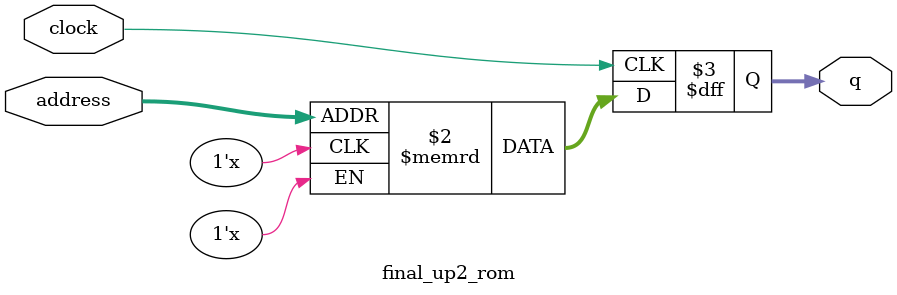
<source format=sv>
module final_up2_rom (
	input logic clock,
	input logic [9:0] address,
	output logic [2:0] q
);

logic [2:0] memory [0:1023] /* synthesis ram_init_file = "./final_up2/final_up2.mif" */;

always_ff @ (posedge clock) begin
	q <= memory[address];
end

endmodule

</source>
